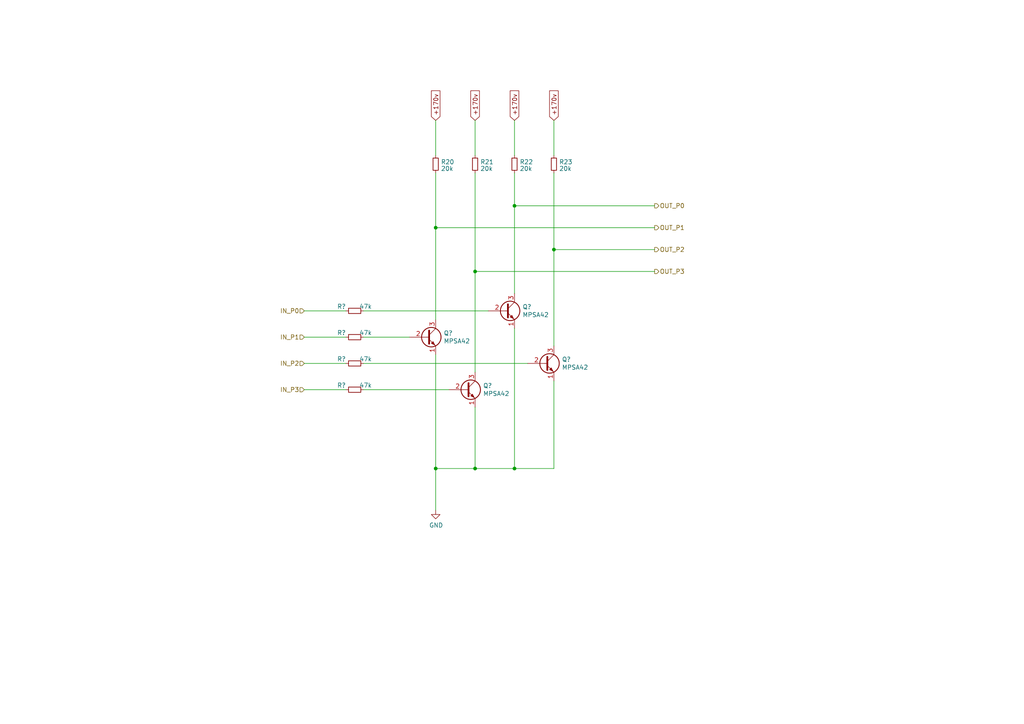
<source format=kicad_sch>
(kicad_sch (version 20230121) (generator eeschema)
  (paper "A4")
  (lib_symbols
    (symbol "Device:R_Small" (pin_numbers hide) (pin_names (offset 0.254) hide)
      (property "Reference" "R" (at 0.762 0.508 0))
      (property "Value" "R_Small" (at 0.762 -1.016 0))
      (symbol "R_Small_0_1"
        (rectangle (start -0.762 1.778) (end 0.762 -1.778) (stroke (width 0.2032)))
      )
      (symbol "R_Small_1_1"
        (pin passive line (at 0 2.54 270) (length 0.762) (name "~") (number "1"))
        (pin passive line (at 0 -2.54 90) (length 0.762) (name "~") (number "2"))
      )
    )
    (symbol "Transistor_BJT:MPSA42" (pin_names (offset 1.016) hide)
      (property "Reference" "Q" (at 5.08 1.905 0))
      (property "Value" "MPSA42" (at 5.08 0 0))
      (symbol "MPSA42_0_1"
        (polyline (pts (xy 0 0) (xy 0.635 0)))
        (polyline (pts (xy 0.635 0.635) (xy 2.54 2.54)))
        (polyline (pts (xy 0.635 -0.635) (xy 2.54 -2.54) (xy 2.54 -2.54)))
        (polyline (pts (xy 0.635 1.905) (xy 0.635 -1.905) (xy 0.635 -1.905)) (stroke (width 0.508)))
        (polyline (pts (xy 1.27 -1.778) (xy 1.778 -1.27) (xy 2.286 -2.286) (xy 1.27 -1.778) (xy 1.27 -1.778)) (fill (type outline)))
        (circle (center 1.27 0) (radius 2.8194) (stroke (width 0.254)))
      )
      (symbol "MPSA42_1_1"
        (pin passive line (at 2.54 -5.08 90) (length 2.54) (name "E") (number "1"))
        (pin input line (at -5.08 0 0) (length 5.08) (name "B") (number "2"))
        (pin passive line (at 2.54 5.08 270) (length 2.54) (name "C") (number "3"))
      )
    )
    (symbol "power:GND" (power) (pin_names (offset 0))
      (property "Value" "GND" (at 0 -3.81 0))
      (symbol "GND_0_1"
        (polyline (pts (xy 0 0) (xy 0 -1.27) (xy 1.27 -1.27) (xy 0 -2.54) (xy -1.27 -1.27) (xy 0 -1.27)))
      )
      (symbol "GND_1_1"
        (pin power_in line (at 0 0 270) (length 0) hide (name "GND") (number "1"))
      )
    )
  )
  (junction (at 126.365 135.89))
  (junction (at 137.795 135.89))
  (junction (at 160.655 72.39))
  (junction (at 149.225 135.89))
  (junction (at 137.795 78.74))
  (junction (at 126.365 66.04))
  (junction (at 149.225 59.69))
  (wire (pts (xy 137.795 118.11) (xy 137.795 135.89)))
  (wire (pts (xy 105.41 90.17) (xy 141.605 90.17)))
  (wire (pts (xy 160.655 50.165) (xy 160.655 72.39)))
  (wire (pts (xy 137.795 135.89) (xy 149.225 135.89)))
  (wire (pts (xy 105.41 97.79) (xy 118.745 97.79)))
  (wire (pts (xy 88.265 113.03) (xy 100.33 113.03)))
  (wire (pts (xy 126.365 102.87) (xy 126.365 135.89)))
  (wire (pts (xy 126.365 147.955) (xy 126.365 135.89)))
  (wire (pts (xy 149.225 95.25) (xy 149.225 135.89)))
  (wire (pts (xy 126.365 50.165) (xy 126.365 66.04)))
  (wire (pts (xy 160.655 72.39) (xy 189.865 72.39)))
  (wire (pts (xy 105.41 113.03) (xy 130.175 113.03)))
  (wire (pts (xy 88.265 97.79) (xy 100.33 97.79)))
  (wire (pts (xy 149.225 34.925) (xy 149.225 45.085)))
  (wire (pts (xy 137.795 50.165) (xy 137.795 78.74)))
  (wire (pts (xy 88.265 105.41) (xy 100.33 105.41)))
  (wire (pts (xy 160.655 34.925) (xy 160.655 45.085)))
  (wire (pts (xy 149.225 59.69) (xy 149.225 85.09)))
  (wire (pts (xy 105.41 105.41) (xy 153.035 105.41)))
  (wire (pts (xy 126.365 66.04) (xy 189.865 66.04)))
  (wire (pts (xy 149.225 50.165) (xy 149.225 59.69)))
  (wire (pts (xy 137.795 34.925) (xy 137.795 45.085)))
  (wire (pts (xy 137.795 78.74) (xy 189.865 78.74)))
  (wire (pts (xy 88.265 90.17) (xy 100.33 90.17)))
  (wire (pts (xy 126.365 135.89) (xy 137.795 135.89)))
  (wire (pts (xy 137.795 78.74) (xy 137.795 107.95)))
  (wire (pts (xy 126.365 66.04) (xy 126.365 92.71)))
  (wire (pts (xy 126.365 34.925) (xy 126.365 45.085)))
  (wire (pts (xy 149.225 135.89) (xy 160.655 135.89)))
  (wire (pts (xy 160.655 110.49) (xy 160.655 135.89)))
  (wire (pts (xy 149.225 59.69) (xy 189.865 59.69)))
  (wire (pts (xy 160.655 72.39) (xy 160.655 100.33)))
  (global_label "+170v" (shape input) (at 137.795 34.925 90) (property "Intersheetrefs" "${INTERSHEET_REFS}" (effects hide)))
  (global_label "+170v" (shape input) (at 149.225 34.925 90) (property "Intersheetrefs" "${INTERSHEET_REFS}" (effects hide)))
  (global_label "+170v" (shape input) (at 160.655 34.925 90) (property "Intersheetrefs" "${INTERSHEET_REFS}" (effects hide)))
  (global_label "+170v" (shape input) (at 126.365 34.925 90) (property "Intersheetrefs" "${INTERSHEET_REFS}" (effects hide)))
  (hierarchical_label "IN_P3" (shape input) (at 88.265 113.03 180))
  (hierarchical_label "IN_P2" (shape input) (at 88.265 105.41 180))
  (hierarchical_label "OUT_P1" (shape output) (at 189.865 66.04 0))
  (hierarchical_label "OUT_P2" (shape output) (at 189.865 72.39 0))
  (hierarchical_label "OUT_P0" (shape output) (at 189.865 59.69 0))
  (hierarchical_label "IN_P1" (shape input) (at 88.265 97.79 180))
  (hierarchical_label "OUT_P3" (shape output) (at 189.865 78.74 0))
  (hierarchical_label "IN_P0" (shape input) (at 88.265 90.17 180))
  (symbol (lib_id "Transistor_BJT:MPSA42") (at 123.825 97.79 0) (unit 1)
    (property "Reference" "Q?" (at 128.6764 96.6216 0) (effects (justify left)))
    (property "Value" "MPSA42" (at 128.6764 98.933 0) (effects (justify left)))
    (property "Footprint" "Package_TO_SOT_THT:TO-92_Inline" (effects hide))
    (property "Datasheet" "http://www.onsemi.com/pub_link/Collateral/MPSA42-D.PDF" (effects hide))
    (instances (project "OpenNixie" (path "" (reference "Q?") (unit 1)) (path "" (reference "Q14") (unit 1))))
  )
  (symbol (lib_id "Transistor_BJT:MPSA42") (at 158.115 105.41 0) (unit 1)
    (property "Reference" "Q?" (at 162.9664 104.2416 0) (effects (justify left)))
    (property "Value" "MPSA42" (at 162.9664 106.553 0) (effects (justify left)))
    (property "Footprint" "Package_TO_SOT_THT:TO-92_Inline" (effects hide))
    (property "Datasheet" "http://www.onsemi.com/pub_link/Collateral/MPSA42-D.PDF" (effects hide))
    (instances (project "OpenNixie" (path "" (reference "Q?") (unit 1)) (path "" (reference "Q15") (unit 1))))
  )
  (symbol (lib_id "Device:R_Small") (at 160.655 47.625 0) (unit 1)
    (property "Reference" "R23" (at 162.1536 46.9813 0) (effects (justify left)))
    (property "Value" "20k" (at 162.1536 48.9023 0) (effects (justify left)))
    (property "Footprint" "Resistor_THT:R_Axial_DIN0207_L6.3mm_D2.5mm_P10.16mm_Horizontal" (effects hide))
  )
  (symbol (lib_id "Device:R_Small") (at 102.87 90.17 270) (mirror x) (unit 1)
    (property "Reference" "R?" (at 99.06 88.9 90))
    (property "Value" "47k" (at 106.045 88.9 90))
    (property "Footprint" "Resistor_THT:R_Axial_DIN0204_L3.6mm_D1.6mm_P7.62mm_Horizontal" (effects hide))
    (instances (project "OpenNixie" (path "" (reference "R?") (unit 1)) (path "" (reference "R24") (unit 1))))
  )
  (symbol (lib_id "Device:R_Small") (at 102.87 97.79 270) (mirror x) (unit 1)
    (property "Reference" "R?" (at 99.06 96.52 90))
    (property "Value" "47k" (at 106.045 96.52 90))
    (property "Footprint" "Resistor_THT:R_Axial_DIN0204_L3.6mm_D1.6mm_P7.62mm_Horizontal" (effects hide))
    (instances (project "OpenNixie" (path "" (reference "R?") (unit 1)) (path "" (reference "R25") (unit 1))))
  )
  (symbol (lib_id "Transistor_BJT:MPSA42") (at 146.685 90.17 0) (unit 1)
    (property "Reference" "Q?" (at 151.5364 89.0016 0) (effects (justify left)))
    (property "Value" "MPSA42" (at 151.5364 91.313 0) (effects (justify left)))
    (property "Footprint" "Package_TO_SOT_THT:TO-92_Inline" (effects hide))
    (property "Datasheet" "http://www.onsemi.com/pub_link/Collateral/MPSA42-D.PDF" (effects hide))
    (instances (project "OpenNixie" (path "" (reference "Q?") (unit 1)) (path "" (reference "Q13") (unit 1))))
  )
  (symbol (lib_id "Device:R_Small") (at 149.225 47.625 0) (unit 1)
    (property "Reference" "R22" (at 150.7236 46.9813 0) (effects (justify left)))
    (property "Value" "20k" (at 150.7236 48.9023 0) (effects (justify left)))
    (property "Footprint" "Resistor_THT:R_Axial_DIN0207_L6.3mm_D2.5mm_P10.16mm_Horizontal" (effects hide))
  )
  (symbol (lib_id "Transistor_BJT:MPSA42") (at 135.255 113.03 0) (unit 1)
    (property "Reference" "Q?" (at 140.1064 111.8616 0) (effects (justify left)))
    (property "Value" "MPSA42" (at 140.1064 114.173 0) (effects (justify left)))
    (property "Footprint" "Package_TO_SOT_THT:TO-92_Inline" (effects hide))
    (property "Datasheet" "http://www.onsemi.com/pub_link/Collateral/MPSA42-D.PDF" (effects hide))
    (instances (project "OpenNixie" (path "" (reference "Q?") (unit 1)) (path "" (reference "Q16") (unit 1))))
  )
  (symbol (lib_id "Device:R_Small") (at 137.795 47.625 0) (unit 1)
    (property "Reference" "R21" (at 139.2936 46.9813 0) (effects (justify left)))
    (property "Value" "20k" (at 139.2936 48.9023 0) (effects (justify left)))
    (property "Footprint" "Resistor_THT:R_Axial_DIN0207_L6.3mm_D2.5mm_P10.16mm_Horizontal" (effects hide))
  )
  (symbol (lib_id "Device:R_Small") (at 102.87 105.41 270) (mirror x) (unit 1)
    (property "Reference" "R?" (at 99.06 104.14 90))
    (property "Value" "47k" (at 106.045 104.14 90))
    (property "Footprint" "Resistor_THT:R_Axial_DIN0204_L3.6mm_D1.6mm_P7.62mm_Horizontal" (effects hide))
    (instances (project "OpenNixie" (path "" (reference "R?") (unit 1)) (path "" (reference "R26") (unit 1))))
  )
  (symbol (lib_id "Device:R_Small") (at 102.87 113.03 270) (mirror x) (unit 1)
    (property "Reference" "R?" (at 99.06 111.76 90))
    (property "Value" "47k" (at 106.045 111.76 90))
    (property "Footprint" "Resistor_THT:R_Axial_DIN0204_L3.6mm_D1.6mm_P7.62mm_Horizontal" (effects hide))
    (instances (project "OpenNixie" (path "" (reference "R?") (unit 1)) (path "" (reference "R27") (unit 1))))
  )
  (symbol (lib_id "Device:R_Small") (at 126.365 47.625 0) (unit 1)
    (property "Reference" "R20" (at 127.8636 46.9813 0) (effects (justify left)))
    (property "Value" "20k" (at 127.8636 48.9023 0) (effects (justify left)))
    (property "Footprint" "Resistor_THT:R_Axial_DIN0207_L6.3mm_D2.5mm_P10.16mm_Horizontal" (effects hide))
  )
  (symbol (lib_id "power:GND") (at 126.365 147.955 0) (unit 1)
    (property "Reference" "#PWR?" (effects hide))
    (property "Value" "GND" (at 126.492 152.3492 0))
    (instances (project "OpenNixie" (path "" (reference "#PWR?") (unit 1)) (path "" (reference "#PWR017") (unit 1))))
  )
)
</source>
